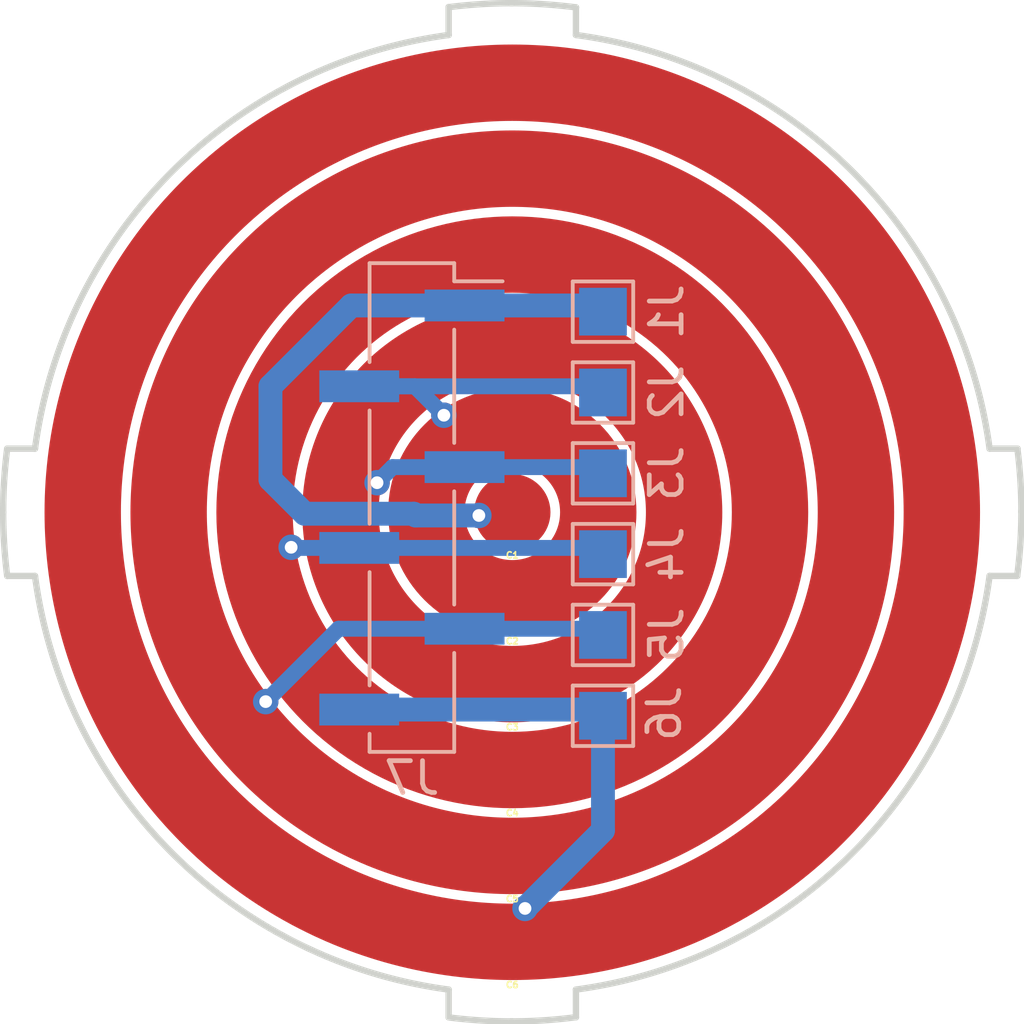
<source format=kicad_pcb>
(kicad_pcb (version 20171130) (host pcbnew "(5.0.0)")

  (general
    (thickness 1.6)
    (drawings 32)
    (tracks 57)
    (zones 0)
    (modules 13)
    (nets 7)
  )

  (page A4)
  (layers
    (0 F.Cu signal)
    (31 B.Cu signal)
    (32 B.Adhes user)
    (33 F.Adhes user)
    (34 B.Paste user)
    (35 F.Paste user)
    (36 B.SilkS user)
    (37 F.SilkS user)
    (38 B.Mask user)
    (39 F.Mask user)
    (40 Dwgs.User user)
    (41 Cmts.User user)
    (42 Eco1.User user)
    (43 Eco2.User user)
    (44 Edge.Cuts user)
    (45 Margin user)
    (46 B.CrtYd user)
    (47 F.CrtYd user)
    (48 B.Fab user)
    (49 F.Fab user)
  )

  (setup
    (last_trace_width 0.5)
    (user_trace_width 0.5)
    (user_trace_width 0.75)
    (trace_clearance 0.2)
    (zone_clearance 0.508)
    (zone_45_only no)
    (trace_min 0.2)
    (segment_width 0.2)
    (edge_width 0.2)
    (via_size 0.8)
    (via_drill 0.4)
    (via_min_size 0.4)
    (via_min_drill 0.3)
    (uvia_size 0.3)
    (uvia_drill 0.1)
    (uvias_allowed no)
    (uvia_min_size 0.2)
    (uvia_min_drill 0.1)
    (pcb_text_width 0.3)
    (pcb_text_size 1.5 1.5)
    (mod_edge_width 0.15)
    (mod_text_size 1 1)
    (mod_text_width 0.15)
    (pad_size 1.524 1.524)
    (pad_drill 0.762)
    (pad_to_mask_clearance 0.2)
    (aux_axis_origin 0 0)
    (visible_elements 7FFFFFFF)
    (pcbplotparams
      (layerselection 0x010fc_ffffffff)
      (usegerberextensions false)
      (usegerberattributes false)
      (usegerberadvancedattributes false)
      (creategerberjobfile false)
      (excludeedgelayer true)
      (linewidth 0.100000)
      (plotframeref false)
      (viasonmask false)
      (mode 1)
      (useauxorigin false)
      (hpglpennumber 1)
      (hpglpenspeed 20)
      (hpglpendiameter 15.000000)
      (psnegative false)
      (psa4output false)
      (plotreference true)
      (plotvalue true)
      (plotinvisibletext false)
      (padsonsilk false)
      (subtractmaskfromsilk false)
      (outputformat 1)
      (mirror false)
      (drillshape 1)
      (scaleselection 1)
      (outputdirectory ""))
  )

  (net 0 "")
  (net 1 "Net-(C1-Pad1)")
  (net 2 "Net-(C2-Pad1)")
  (net 3 "Net-(C3-Pad1)")
  (net 4 "Net-(C4-Pad1)")
  (net 5 "Net-(C5-Pad1)")
  (net 6 "Net-(C6-Pad1)")

  (net_class Default "This is the default net class."
    (clearance 0.2)
    (trace_width 0.25)
    (via_dia 0.8)
    (via_drill 0.4)
    (uvia_dia 0.3)
    (uvia_drill 0.1)
    (add_net "Net-(C1-Pad1)")
    (add_net "Net-(C2-Pad1)")
    (add_net "Net-(C3-Pad1)")
    (add_net "Net-(C4-Pad1)")
    (add_net "Net-(C5-Pad1)")
    (add_net "Net-(C6-Pad1)")
  )

  (module azure-test:1mm_Dot (layer F.Cu) (tedit 5B8DAB59) (tstamp 5B94B1A9)
    (at 130.5 106)
    (path /5B8D8348)
    (fp_text reference C1 (at 0 1.35) (layer F.SilkS)
      (effects (font (size 0.2 0.2) (thickness 0.05)))
    )
    (fp_text value Conn_01x01 (at 0 -1.27) (layer F.Fab)
      (effects (font (size 1 1) (thickness 0.15)))
    )
    (pad 1 smd circle (at 0 0) (size 1 1) (layers F.Cu F.Paste F.Mask)
      (net 1 "Net-(C1-Pad1)"))
  )

  (module azure-test:1mm_Dot (layer F.Cu) (tedit 5B8DAB59) (tstamp 5B94B1F4)
    (at 130.5 108.7)
    (path /5B8D83C6)
    (fp_text reference C2 (at 0 1.35) (layer F.SilkS)
      (effects (font (size 0.2 0.2) (thickness 0.05)))
    )
    (fp_text value Conn_01x01 (at 0 -1.27) (layer F.Fab)
      (effects (font (size 1 1) (thickness 0.15)))
    )
    (pad 1 smd circle (at 0 0) (size 1 1) (layers F.Cu F.Paste F.Mask)
      (net 2 "Net-(C2-Pad1)"))
  )

  (module azure-test:1mm_Dot (layer F.Cu) (tedit 5B8DAB59) (tstamp 5B94B1E8)
    (at 130.5 111.5)
    (path /5B8D83EE)
    (fp_text reference C3 (at 0 1.25) (layer F.SilkS)
      (effects (font (size 0.2 0.2) (thickness 0.05)))
    )
    (fp_text value Conn_01x01 (at 0 -1.27) (layer F.Fab)
      (effects (font (size 1 1) (thickness 0.15)))
    )
    (pad 1 smd circle (at 0 0) (size 1 1) (layers F.Cu F.Paste F.Mask)
      (net 3 "Net-(C3-Pad1)"))
  )

  (module azure-test:1mm_Dot (layer F.Cu) (tedit 5B8DAB59) (tstamp 5B94B200)
    (at 130.5 114.1)
    (path /5B8D841D)
    (fp_text reference C4 (at 0 1.35) (layer F.SilkS)
      (effects (font (size 0.2 0.2) (thickness 0.05)))
    )
    (fp_text value Conn_01x01 (at 0 -1.27) (layer F.Fab)
      (effects (font (size 1 1) (thickness 0.15)))
    )
    (pad 1 smd circle (at 0 0) (size 1 1) (layers F.Cu F.Paste F.Mask)
      (net 4 "Net-(C4-Pad1)"))
  )

  (module azure-test:1mm_Dot (layer F.Cu) (tedit 5B8DAB59) (tstamp 5B94B218)
    (at 130.5 116.8)
    (path /5B8D8442)
    (fp_text reference C5 (at 0 1.35) (layer F.SilkS)
      (effects (font (size 0.2 0.2) (thickness 0.05)))
    )
    (fp_text value Conn_01x01 (at 0 -1.27) (layer F.Fab)
      (effects (font (size 1 1) (thickness 0.15)))
    )
    (pad 1 smd circle (at 0 0) (size 1 1) (layers F.Cu F.Paste F.Mask)
      (net 5 "Net-(C5-Pad1)"))
  )

  (module azure-test:1mm_Dot (layer F.Cu) (tedit 5B8DAB59) (tstamp 5B94B20C)
    (at 130.5 119.5)
    (path /5B8D8465)
    (fp_text reference C6 (at 0 1.35) (layer F.SilkS)
      (effects (font (size 0.2 0.2) (thickness 0.05)))
    )
    (fp_text value Conn_01x01 (at 0 -1.27) (layer F.Fab)
      (effects (font (size 1 1) (thickness 0.15)))
    )
    (pad 1 smd circle (at 0 0) (size 1 1) (layers F.Cu F.Paste F.Mask)
      (net 6 "Net-(C6-Pad1)"))
  )

  (module Connector_PinHeader_2.54mm:PinHeader_1x06_P2.54mm_Vertical_SMD_Pin1Left (layer B.Cu) (tedit 59FED5CC) (tstamp 5BB40E99)
    (at 127.345 105.85 180)
    (descr "surface-mounted straight pin header, 1x06, 2.54mm pitch, single row, style 1 (pin 1 left)")
    (tags "Surface mounted pin header SMD 1x06 2.54mm single row style1 pin1 left")
    (path /5B956BE5)
    (attr smd)
    (fp_text reference J7 (at 0 -8.5) (layer B.SilkS)
      (effects (font (size 1 1) (thickness 0.15)) (justify mirror))
    )
    (fp_text value Conn_01x06_Male (at 0 -8.68 180) (layer B.Fab)
      (effects (font (size 1 1) (thickness 0.15)) (justify mirror))
    )
    (fp_text user %R (at 0 0 90) (layer B.Fab)
      (effects (font (size 1 1) (thickness 0.15)) (justify mirror))
    )
    (fp_line (start 3.45 8.15) (end -3.45 8.15) (layer B.CrtYd) (width 0.05))
    (fp_line (start 3.45 -8.15) (end 3.45 8.15) (layer B.CrtYd) (width 0.05))
    (fp_line (start -3.45 -8.15) (end 3.45 -8.15) (layer B.CrtYd) (width 0.05))
    (fp_line (start -3.45 8.15) (end -3.45 -8.15) (layer B.CrtYd) (width 0.05))
    (fp_line (start -1.33 -4.57) (end -1.33 -7.68) (layer B.SilkS) (width 0.12))
    (fp_line (start -1.33 0.51) (end -1.33 -3.05) (layer B.SilkS) (width 0.12))
    (fp_line (start -1.33 5.59) (end -1.33 2.03) (layer B.SilkS) (width 0.12))
    (fp_line (start 1.33 -2.03) (end 1.33 -5.59) (layer B.SilkS) (width 0.12))
    (fp_line (start 1.33 3.05) (end 1.33 -0.51) (layer B.SilkS) (width 0.12))
    (fp_line (start 1.33 -7.11) (end 1.33 -7.68) (layer B.SilkS) (width 0.12))
    (fp_line (start -1.33 7.68) (end -1.33 7.11) (layer B.SilkS) (width 0.12))
    (fp_line (start -1.33 7.11) (end -2.85 7.11) (layer B.SilkS) (width 0.12))
    (fp_line (start 1.33 7.68) (end 1.33 4.57) (layer B.SilkS) (width 0.12))
    (fp_line (start -1.33 -7.68) (end 1.33 -7.68) (layer B.SilkS) (width 0.12))
    (fp_line (start -1.33 7.68) (end 1.33 7.68) (layer B.SilkS) (width 0.12))
    (fp_line (start 2.54 -6.67) (end 1.27 -6.67) (layer B.Fab) (width 0.1))
    (fp_line (start 2.54 -6.03) (end 2.54 -6.67) (layer B.Fab) (width 0.1))
    (fp_line (start 1.27 -6.03) (end 2.54 -6.03) (layer B.Fab) (width 0.1))
    (fp_line (start 2.54 -1.59) (end 1.27 -1.59) (layer B.Fab) (width 0.1))
    (fp_line (start 2.54 -0.95) (end 2.54 -1.59) (layer B.Fab) (width 0.1))
    (fp_line (start 1.27 -0.95) (end 2.54 -0.95) (layer B.Fab) (width 0.1))
    (fp_line (start 2.54 3.49) (end 1.27 3.49) (layer B.Fab) (width 0.1))
    (fp_line (start 2.54 4.13) (end 2.54 3.49) (layer B.Fab) (width 0.1))
    (fp_line (start 1.27 4.13) (end 2.54 4.13) (layer B.Fab) (width 0.1))
    (fp_line (start -2.54 -4.13) (end -1.27 -4.13) (layer B.Fab) (width 0.1))
    (fp_line (start -2.54 -3.49) (end -2.54 -4.13) (layer B.Fab) (width 0.1))
    (fp_line (start -1.27 -3.49) (end -2.54 -3.49) (layer B.Fab) (width 0.1))
    (fp_line (start -2.54 0.95) (end -1.27 0.95) (layer B.Fab) (width 0.1))
    (fp_line (start -2.54 1.59) (end -2.54 0.95) (layer B.Fab) (width 0.1))
    (fp_line (start -1.27 1.59) (end -2.54 1.59) (layer B.Fab) (width 0.1))
    (fp_line (start -2.54 6.03) (end -1.27 6.03) (layer B.Fab) (width 0.1))
    (fp_line (start -2.54 6.67) (end -2.54 6.03) (layer B.Fab) (width 0.1))
    (fp_line (start -1.27 6.67) (end -2.54 6.67) (layer B.Fab) (width 0.1))
    (fp_line (start 1.27 7.62) (end 1.27 -7.62) (layer B.Fab) (width 0.1))
    (fp_line (start -1.27 6.67) (end -0.32 7.62) (layer B.Fab) (width 0.1))
    (fp_line (start -1.27 -7.62) (end -1.27 6.67) (layer B.Fab) (width 0.1))
    (fp_line (start -0.32 7.62) (end 1.27 7.62) (layer B.Fab) (width 0.1))
    (fp_line (start 1.27 -7.62) (end -1.27 -7.62) (layer B.Fab) (width 0.1))
    (pad 6 smd rect (at 1.655 -6.35 180) (size 2.51 1) (layers B.Cu B.Paste B.Mask)
      (net 6 "Net-(C6-Pad1)"))
    (pad 4 smd rect (at 1.655 -1.27 180) (size 2.51 1) (layers B.Cu B.Paste B.Mask)
      (net 4 "Net-(C4-Pad1)"))
    (pad 2 smd rect (at 1.655 3.81 180) (size 2.51 1) (layers B.Cu B.Paste B.Mask)
      (net 2 "Net-(C2-Pad1)"))
    (pad 5 smd rect (at -1.655 -3.81 180) (size 2.51 1) (layers B.Cu B.Paste B.Mask)
      (net 5 "Net-(C5-Pad1)"))
    (pad 3 smd rect (at -1.655 1.27 180) (size 2.51 1) (layers B.Cu B.Paste B.Mask)
      (net 3 "Net-(C3-Pad1)"))
    (pad 1 smd rect (at -1.655 6.35 180) (size 2.51 1) (layers B.Cu B.Paste B.Mask)
      (net 1 "Net-(C1-Pad1)"))
    (model ${KISYS3DMOD}/Connector_PinHeader_2.54mm.3dshapes/PinHeader_1x06_P2.54mm_Vertical_SMD_Pin1Left.wrl
      (at (xyz 0 0 0))
      (scale (xyz 1 1 1))
      (rotate (xyz 0 0 0))
    )
  )

  (module TestPoint:TestPoint_Pad_1.5x1.5mm (layer B.Cu) (tedit 5A0F774F) (tstamp 5BB4107A)
    (at 133.35 99.695)
    (descr "SMD rectangular pad as test Point, square 1.5mm side length")
    (tags "test point SMD pad rectangle square")
    (path /5B8D8498)
    (attr virtual)
    (fp_text reference J1 (at 2 0 -90) (layer B.SilkS)
      (effects (font (size 1 1) (thickness 0.15)) (justify mirror))
    )
    (fp_text value Conn_01x01 (at 0 -1.75) (layer B.Fab)
      (effects (font (size 1 1) (thickness 0.15)) (justify mirror))
    )
    (fp_line (start 1.25 -1.25) (end -1.25 -1.25) (layer B.CrtYd) (width 0.05))
    (fp_line (start 1.25 -1.25) (end 1.25 1.25) (layer B.CrtYd) (width 0.05))
    (fp_line (start -1.25 1.25) (end -1.25 -1.25) (layer B.CrtYd) (width 0.05))
    (fp_line (start -1.25 1.25) (end 1.25 1.25) (layer B.CrtYd) (width 0.05))
    (fp_line (start -0.95 -0.95) (end -0.95 0.95) (layer B.SilkS) (width 0.12))
    (fp_line (start 0.95 -0.95) (end -0.95 -0.95) (layer B.SilkS) (width 0.12))
    (fp_line (start 0.95 0.95) (end 0.95 -0.95) (layer B.SilkS) (width 0.12))
    (fp_line (start -0.95 0.95) (end 0.95 0.95) (layer B.SilkS) (width 0.12))
    (fp_text user %R (at 0 1.65) (layer B.Fab)
      (effects (font (size 1 1) (thickness 0.15)) (justify mirror))
    )
    (pad 1 smd rect (at 0 0) (size 1.5 1.5) (layers B.Cu B.Mask)
      (net 1 "Net-(C1-Pad1)"))
  )

  (module TestPoint:TestPoint_Pad_1.5x1.5mm (layer B.Cu) (tedit 5A0F774F) (tstamp 5BB41088)
    (at 133.35 102.235)
    (descr "SMD rectangular pad as test Point, square 1.5mm side length")
    (tags "test point SMD pad rectangle square")
    (path /5B8D84B9)
    (attr virtual)
    (fp_text reference J2 (at 2 0 -90) (layer B.SilkS)
      (effects (font (size 1 1) (thickness 0.15)) (justify mirror))
    )
    (fp_text value Conn_01x01 (at 0 -1.75) (layer B.Fab)
      (effects (font (size 1 1) (thickness 0.15)) (justify mirror))
    )
    (fp_line (start 1.25 -1.25) (end -1.25 -1.25) (layer B.CrtYd) (width 0.05))
    (fp_line (start 1.25 -1.25) (end 1.25 1.25) (layer B.CrtYd) (width 0.05))
    (fp_line (start -1.25 1.25) (end -1.25 -1.25) (layer B.CrtYd) (width 0.05))
    (fp_line (start -1.25 1.25) (end 1.25 1.25) (layer B.CrtYd) (width 0.05))
    (fp_line (start -0.95 -0.95) (end -0.95 0.95) (layer B.SilkS) (width 0.12))
    (fp_line (start 0.95 -0.95) (end -0.95 -0.95) (layer B.SilkS) (width 0.12))
    (fp_line (start 0.95 0.95) (end 0.95 -0.95) (layer B.SilkS) (width 0.12))
    (fp_line (start -0.95 0.95) (end 0.95 0.95) (layer B.SilkS) (width 0.12))
    (fp_text user %R (at 0 1.65) (layer B.Fab)
      (effects (font (size 1 1) (thickness 0.15)) (justify mirror))
    )
    (pad 1 smd rect (at 0 0) (size 1.5 1.5) (layers B.Cu B.Mask)
      (net 2 "Net-(C2-Pad1)"))
  )

  (module TestPoint:TestPoint_Pad_1.5x1.5mm (layer B.Cu) (tedit 5A0F774F) (tstamp 5BB41096)
    (at 133.35 104.775)
    (descr "SMD rectangular pad as test Point, square 1.5mm side length")
    (tags "test point SMD pad rectangle square")
    (path /5B8D84EA)
    (attr virtual)
    (fp_text reference J3 (at 2 0 -90) (layer B.SilkS)
      (effects (font (size 1 1) (thickness 0.15)) (justify mirror))
    )
    (fp_text value Conn_01x01 (at 0 -1.75) (layer B.Fab)
      (effects (font (size 1 1) (thickness 0.15)) (justify mirror))
    )
    (fp_line (start 1.25 -1.25) (end -1.25 -1.25) (layer B.CrtYd) (width 0.05))
    (fp_line (start 1.25 -1.25) (end 1.25 1.25) (layer B.CrtYd) (width 0.05))
    (fp_line (start -1.25 1.25) (end -1.25 -1.25) (layer B.CrtYd) (width 0.05))
    (fp_line (start -1.25 1.25) (end 1.25 1.25) (layer B.CrtYd) (width 0.05))
    (fp_line (start -0.95 -0.95) (end -0.95 0.95) (layer B.SilkS) (width 0.12))
    (fp_line (start 0.95 -0.95) (end -0.95 -0.95) (layer B.SilkS) (width 0.12))
    (fp_line (start 0.95 0.95) (end 0.95 -0.95) (layer B.SilkS) (width 0.12))
    (fp_line (start -0.95 0.95) (end 0.95 0.95) (layer B.SilkS) (width 0.12))
    (fp_text user %R (at 0 1.65) (layer B.Fab)
      (effects (font (size 1 1) (thickness 0.15)) (justify mirror))
    )
    (pad 1 smd rect (at 0 0) (size 1.5 1.5) (layers B.Cu B.Mask)
      (net 3 "Net-(C3-Pad1)"))
  )

  (module TestPoint:TestPoint_Pad_1.5x1.5mm (layer B.Cu) (tedit 5A0F774F) (tstamp 5BB410A4)
    (at 133.35 107.315)
    (descr "SMD rectangular pad as test Point, square 1.5mm side length")
    (tags "test point SMD pad rectangle square")
    (path /5B8D8511)
    (attr virtual)
    (fp_text reference J4 (at 2 0 -90) (layer B.SilkS)
      (effects (font (size 1 1) (thickness 0.15)) (justify mirror))
    )
    (fp_text value Conn_01x01 (at 0 -1.75) (layer B.Fab)
      (effects (font (size 1 1) (thickness 0.15)) (justify mirror))
    )
    (fp_line (start 1.25 -1.25) (end -1.25 -1.25) (layer B.CrtYd) (width 0.05))
    (fp_line (start 1.25 -1.25) (end 1.25 1.25) (layer B.CrtYd) (width 0.05))
    (fp_line (start -1.25 1.25) (end -1.25 -1.25) (layer B.CrtYd) (width 0.05))
    (fp_line (start -1.25 1.25) (end 1.25 1.25) (layer B.CrtYd) (width 0.05))
    (fp_line (start -0.95 -0.95) (end -0.95 0.95) (layer B.SilkS) (width 0.12))
    (fp_line (start 0.95 -0.95) (end -0.95 -0.95) (layer B.SilkS) (width 0.12))
    (fp_line (start 0.95 0.95) (end 0.95 -0.95) (layer B.SilkS) (width 0.12))
    (fp_line (start -0.95 0.95) (end 0.95 0.95) (layer B.SilkS) (width 0.12))
    (fp_text user %R (at 0 1.65) (layer B.Fab)
      (effects (font (size 1 1) (thickness 0.15)) (justify mirror))
    )
    (pad 1 smd rect (at 0 0) (size 1.5 1.5) (layers B.Cu B.Mask)
      (net 4 "Net-(C4-Pad1)"))
  )

  (module TestPoint:TestPoint_Pad_1.5x1.5mm (layer B.Cu) (tedit 5A0F774F) (tstamp 5BB410B2)
    (at 133.35 109.855)
    (descr "SMD rectangular pad as test Point, square 1.5mm side length")
    (tags "test point SMD pad rectangle square")
    (path /5B8D8536)
    (attr virtual)
    (fp_text reference J5 (at 2 0 -90) (layer B.SilkS)
      (effects (font (size 1 1) (thickness 0.15)) (justify mirror))
    )
    (fp_text value Conn_01x01 (at 0 -1.75) (layer B.Fab)
      (effects (font (size 1 1) (thickness 0.15)) (justify mirror))
    )
    (fp_line (start 1.25 -1.25) (end -1.25 -1.25) (layer B.CrtYd) (width 0.05))
    (fp_line (start 1.25 -1.25) (end 1.25 1.25) (layer B.CrtYd) (width 0.05))
    (fp_line (start -1.25 1.25) (end -1.25 -1.25) (layer B.CrtYd) (width 0.05))
    (fp_line (start -1.25 1.25) (end 1.25 1.25) (layer B.CrtYd) (width 0.05))
    (fp_line (start -0.95 -0.95) (end -0.95 0.95) (layer B.SilkS) (width 0.12))
    (fp_line (start 0.95 -0.95) (end -0.95 -0.95) (layer B.SilkS) (width 0.12))
    (fp_line (start 0.95 0.95) (end 0.95 -0.95) (layer B.SilkS) (width 0.12))
    (fp_line (start -0.95 0.95) (end 0.95 0.95) (layer B.SilkS) (width 0.12))
    (fp_text user %R (at 0 1.65) (layer B.Fab)
      (effects (font (size 1 1) (thickness 0.15)) (justify mirror))
    )
    (pad 1 smd rect (at 0 0) (size 1.5 1.5) (layers B.Cu B.Mask)
      (net 5 "Net-(C5-Pad1)"))
  )

  (module TestPoint:TestPoint_Pad_1.5x1.5mm (layer B.Cu) (tedit 5A0F774F) (tstamp 5BB4212E)
    (at 133.35 112.395)
    (descr "SMD rectangular pad as test Point, square 1.5mm side length")
    (tags "test point SMD pad rectangle square")
    (path /5B8D855D)
    (attr virtual)
    (fp_text reference J6 (at 1.924999 -0.074999 -90) (layer B.SilkS)
      (effects (font (size 1 1) (thickness 0.15)) (justify mirror))
    )
    (fp_text value Conn_01x01 (at 0 -1.75) (layer B.Fab)
      (effects (font (size 1 1) (thickness 0.15)) (justify mirror))
    )
    (fp_line (start 1.25 -1.25) (end -1.25 -1.25) (layer B.CrtYd) (width 0.05))
    (fp_line (start 1.25 -1.25) (end 1.25 1.25) (layer B.CrtYd) (width 0.05))
    (fp_line (start -1.25 1.25) (end -1.25 -1.25) (layer B.CrtYd) (width 0.05))
    (fp_line (start -1.25 1.25) (end 1.25 1.25) (layer B.CrtYd) (width 0.05))
    (fp_line (start -0.95 -0.95) (end -0.95 0.95) (layer B.SilkS) (width 0.12))
    (fp_line (start 0.95 -0.95) (end -0.95 -0.95) (layer B.SilkS) (width 0.12))
    (fp_line (start 0.95 0.95) (end 0.95 -0.95) (layer B.SilkS) (width 0.12))
    (fp_line (start -0.95 0.95) (end 0.95 0.95) (layer B.SilkS) (width 0.12))
    (fp_text user %R (at 0 1.65) (layer B.Fab)
      (effects (font (size 1 1) (thickness 0.15)) (justify mirror))
    )
    (pad 1 smd rect (at 0 0) (size 1.5 1.5) (layers B.Cu B.Mask)
      (net 6 "Net-(C6-Pad1)"))
  )

  (gr_arc (start 130.5 106) (end 132.499999 120.999999) (angle -74.81071326) (layer Edge.Cuts) (width 0.2) (tstamp 5B94B110))
  (gr_arc (start 130.5 106) (end 115.500001 107.999999) (angle -74.81071326) (layer Edge.Cuts) (width 0.2) (tstamp 5B94B113))
  (gr_arc (start 130.5 106) (end 128.500001 91.000001) (angle -74.81071326) (layer Edge.Cuts) (width 0.2) (tstamp 5B94B10D))
  (gr_arc (start 130.5 106) (end 145.499999 104.000001) (angle -74.81071326) (layer Edge.Cuts) (width 0.2) (tstamp 5B94B10A))
  (gr_arc (start 130.5 105.952459) (end 146.5 105.952459) (angle 7.351663208) (layer Edge.Cuts) (width 0.2) (tstamp 5B94B1DC))
  (gr_arc (start 130.5 106) (end 114.5 106) (angle 7.182773574) (layer Edge.Cuts) (width 0.2) (tstamp 5B94B1CD))
  (gr_arc (start 130.5 106) (end 130.5 122) (angle 7.178298149) (layer Edge.Cuts) (width 0.2) (tstamp 5B94B1D0))
  (gr_arc (start 130.452459 106) (end 130.452459 90) (angle 7.37003809) (layer Edge.Cuts) (width 0.2) (tstamp 5B94B1D6))
  (gr_arc (start 130.452459 106) (end 130.452459 122) (angle -7.356248823) (layer Edge.Cuts) (width 0.2) (tstamp 5B94B1DF))
  (gr_arc (start 130.5 106) (end 130.5 90) (angle -7.182773574) (layer Edge.Cuts) (width 0.2) (tstamp 5B94B1E2))
  (gr_arc (start 130.5 106) (end 146.5 106) (angle -7.182773574) (layer Edge.Cuts) (width 0.2) (tstamp 5B94B1D3))
  (gr_arc (start 130.5 106) (end 114.5 106) (angle -7.182773574) (layer Edge.Cuts) (width 0.2) (tstamp 5B94B1D9))
  (gr_line (start 132.5 121.87) (end 132.5 121) (layer Edge.Cuts) (width 0.2) (tstamp 5B94B13D))
  (gr_line (start 128.5 121) (end 128.5 121.87) (layer Edge.Cuts) (width 0.2) (tstamp 5B94B478))
  (gr_line (start 146.37 108) (end 145.5 108) (layer Edge.Cuts) (width 0.2) (tstamp 5B94B146))
  (gr_line (start 145.5 104) (end 146.38 104) (layer Edge.Cuts) (width 0.2) (tstamp 5B94B143))
  (gr_line (start 132.5 90.13) (end 132.5 91) (layer Edge.Cuts) (width 0.2) (tstamp 5B94B140))
  (gr_line (start 128.5 91) (end 128.5 90.12) (layer Edge.Cuts) (width 0.2) (tstamp 5B94B14C))
  (gr_line (start 115.5 104) (end 114.63 104) (layer Edge.Cuts) (width 0.2) (tstamp 5B94B14F))
  (gr_line (start 114.63 108) (end 115.5 108) (layer Edge.Cuts) (width 0.2) (tstamp 5B94B152))
  (gr_circle (center 130.5 106) (end 131.1 106) (layer F.Cu) (width 1.2) (tstamp 5B94B13A))
  (gr_circle (center 130.5 106) (end 131.1 106) (layer F.Mask) (width 1.2) (tstamp 5B94B137))
  (gr_circle (center 130.5 106) (end 144 106) (layer F.Cu) (width 2.4) (tstamp 5B94B12B))
  (gr_circle (center 130.5 106) (end 144 106) (layer F.Mask) (width 2.4) (tstamp 5B94B131))
  (gr_circle (center 130.5 106) (end 141.3 106) (layer F.Cu) (width 2.4) (tstamp 5B94B134))
  (gr_circle (center 130.5 106) (end 141.3 106) (layer F.Mask) (width 2.4) (tstamp 5B94B128))
  (gr_circle (center 130.5 106) (end 138.6 106) (layer F.Cu) (width 2.4) (tstamp 5B94B122))
  (gr_circle (center 130.5 106) (end 138.6 106) (layer F.Mask) (width 2.4) (tstamp 5B94B11F))
  (gr_circle (center 130.5 106) (end 135.9 106) (layer F.Cu) (width 2.4) (tstamp 5B94B116))
  (gr_circle (center 130.5 106) (end 135.9 106) (layer F.Mask) (width 2.4) (tstamp 5B94B227))
  (gr_circle (center 130.5 106) (end 133.201851 106) (layer F.Cu) (width 2.4) (tstamp 5B94B221))
  (gr_circle (center 130.5 106) (end 133.201851 106) (layer F.Mask) (width 2.4) (tstamp 5B94B22A))

  (segment (start 133.155 99.5) (end 133.35 99.695) (width 0.75) (layer B.Cu) (net 1))
  (segment (start 129 99.5) (end 133.155 99.5) (width 0.75) (layer B.Cu) (net 1))
  (via (at 129.45 106.1) (size 0.8) (drill 0.4) (layers F.Cu B.Cu) (net 1))
  (segment (start 130.4 106.1) (end 130.5 106) (width 0.75) (layer F.Cu) (net 1))
  (segment (start 129.45 106.1) (end 130.4 106.1) (width 0.75) (layer F.Cu) (net 1))
  (segment (start 127.460002 106.1) (end 129.45 106.1) (width 0.75) (layer B.Cu) (net 1))
  (segment (start 127.405001 106.044999) (end 127.460002 106.1) (width 0.75) (layer B.Cu) (net 1))
  (segment (start 125.439998 99.5) (end 122.9 102.039998) (width 0.75) (layer B.Cu) (net 1))
  (segment (start 123.974999 106.044999) (end 127.405001 106.044999) (width 0.75) (layer B.Cu) (net 1))
  (segment (start 129 99.5) (end 125.439998 99.5) (width 0.75) (layer B.Cu) (net 1))
  (segment (start 122.9 104.97) (end 123.974999 106.044999) (width 0.75) (layer B.Cu) (net 1))
  (segment (start 122.9 102.039998) (end 122.9 104.97) (width 0.75) (layer B.Cu) (net 1))
  (segment (start 133.155 102.04) (end 133.35 102.235) (width 0.5) (layer B.Cu) (net 2))
  (segment (start 125.69 102.04) (end 133.155 102.04) (width 0.5) (layer B.Cu) (net 2))
  (via (at 128.35 102.95) (size 0.8) (drill 0.4) (layers F.Cu B.Cu) (net 2))
  (segment (start 125.69 102.04) (end 127.44 102.04) (width 0.5) (layer B.Cu) (net 2))
  (segment (start 127.44 102.04) (end 128.35 102.95) (width 0.5) (layer B.Cu) (net 2))
  (segment (start 128.35 102.95) (end 128.35 107.15) (width 0.5) (layer F.Cu) (net 2))
  (segment (start 128.35 107.15) (end 129.45 108.25) (width 0.5) (layer F.Cu) (net 2))
  (segment (start 130.000001 108.200001) (end 130.5 108.7) (width 0.5) (layer F.Cu) (net 2))
  (segment (start 129.499999 108.200001) (end 130.000001 108.200001) (width 0.5) (layer F.Cu) (net 2))
  (segment (start 129.45 108.25) (end 129.499999 108.200001) (width 0.5) (layer F.Cu) (net 2))
  (segment (start 133.155 104.58) (end 133.35 104.775) (width 0.5) (layer B.Cu) (net 3))
  (segment (start 129 104.58) (end 133.155 104.58) (width 0.5) (layer B.Cu) (net 3))
  (via (at 126.25 105.069999) (size 0.8) (drill 0.4) (layers F.Cu B.Cu) (net 3))
  (segment (start 129 104.58) (end 126.739999 104.58) (width 0.5) (layer B.Cu) (net 3))
  (segment (start 126.739999 104.58) (end 126.25 105.069999) (width 0.5) (layer B.Cu) (net 3))
  (segment (start 126.25 105.069999) (end 125.180001 105.069999) (width 0.5) (layer F.Cu) (net 3))
  (segment (start 125.180001 105.069999) (end 125.2 105.089998) (width 0.5) (layer F.Cu) (net 3))
  (segment (start 125.2 105.089998) (end 125.2 108.05) (width 0.5) (layer F.Cu) (net 3))
  (segment (start 128.65 111.5) (end 130.5 111.5) (width 0.5) (layer F.Cu) (net 3))
  (segment (start 125.2 108.05) (end 128.65 111.5) (width 0.5) (layer F.Cu) (net 3))
  (segment (start 133.155 107.12) (end 133.35 107.315) (width 0.5) (layer B.Cu) (net 4))
  (segment (start 125.69 107.12) (end 133.155 107.12) (width 0.5) (layer B.Cu) (net 4))
  (via (at 123.55 107.1) (size 0.8) (drill 0.4) (layers F.Cu B.Cu) (net 4))
  (segment (start 123.57 107.12) (end 123.55 107.1) (width 0.5) (layer B.Cu) (net 4))
  (segment (start 125.69 107.12) (end 123.57 107.12) (width 0.5) (layer B.Cu) (net 4))
  (segment (start 123.05 107.6) (end 123.55 107.1) (width 0.5) (layer F.Cu) (net 4))
  (segment (start 123.05 109.45) (end 123.05 107.6) (width 0.5) (layer F.Cu) (net 4))
  (segment (start 130.5 114.1) (end 127.7 114.1) (width 0.5) (layer F.Cu) (net 4))
  (segment (start 127.7 114.1) (end 123.05 109.45) (width 0.5) (layer F.Cu) (net 4))
  (segment (start 133.155 109.66) (end 133.35 109.855) (width 0.5) (layer B.Cu) (net 5))
  (segment (start 129 109.66) (end 133.155 109.66) (width 0.5) (layer B.Cu) (net 5))
  (via (at 122.75 111.95) (size 0.8) (drill 0.4) (layers F.Cu B.Cu) (net 5))
  (segment (start 129 109.66) (end 125.04 109.66) (width 0.5) (layer B.Cu) (net 5))
  (segment (start 125.04 109.66) (end 122.75 111.95) (width 0.5) (layer B.Cu) (net 5))
  (segment (start 122.350001 112.349999) (end 122.350001 112.650001) (width 0.5) (layer F.Cu) (net 5))
  (segment (start 122.75 111.95) (end 122.350001 112.349999) (width 0.5) (layer F.Cu) (net 5))
  (segment (start 126.5 116.8) (end 130.5 116.8) (width 0.5) (layer F.Cu) (net 5))
  (segment (start 122.350001 112.650001) (end 126.5 116.8) (width 0.5) (layer F.Cu) (net 5))
  (segment (start 133.155 112.2) (end 133.35 112.395) (width 0.75) (layer B.Cu) (net 6))
  (segment (start 125.69 112.2) (end 133.155 112.2) (width 0.75) (layer B.Cu) (net 6))
  (via (at 130.9 118.45) (size 0.8) (drill 0.4) (layers F.Cu B.Cu) (net 6))
  (segment (start 130.9 119.1) (end 130.5 119.5) (width 0.5) (layer F.Cu) (net 6))
  (segment (start 130.9 118.45) (end 130.9 119.1) (width 0.5) (layer F.Cu) (net 6))
  (segment (start 133.35 116) (end 130.9 118.45) (width 0.75) (layer B.Cu) (net 6))
  (segment (start 133.35 112.395) (end 133.35 116) (width 0.75) (layer B.Cu) (net 6))

)

</source>
